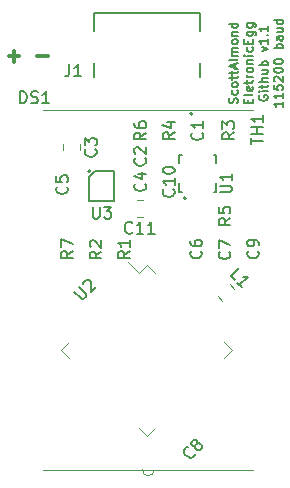
<source format=gto>
G04 #@! TF.GenerationSoftware,KiCad,Pcbnew,(5.1.5)-3*
G04 #@! TF.CreationDate,2020-01-04T17:30:10-08:00*
G04 #@! TF.ProjectId,pcb,7063622e-6b69-4636-9164-5f7063625858,v1.1*
G04 #@! TF.SameCoordinates,Original*
G04 #@! TF.FileFunction,Legend,Top*
G04 #@! TF.FilePolarity,Positive*
%FSLAX46Y46*%
G04 Gerber Fmt 4.6, Leading zero omitted, Abs format (unit mm)*
G04 Created by KiCad (PCBNEW (5.1.5)-3) date 2020-01-04 17:30:10*
%MOMM*%
%LPD*%
G04 APERTURE LIST*
%ADD10C,0.300000*%
%ADD11C,0.127000*%
%ADD12C,0.120000*%
%ADD13C,0.200000*%
%ADD14C,0.150000*%
G04 APERTURE END LIST*
D10*
X131959142Y-91227285D02*
X131044857Y-91227285D01*
X129559142Y-91227285D02*
X128644857Y-91227285D01*
X129102000Y-90770142D02*
X129102000Y-91684428D01*
D11*
X148009428Y-95213714D02*
X148045714Y-95104857D01*
X148045714Y-94923428D01*
X148009428Y-94850857D01*
X147973142Y-94814571D01*
X147900571Y-94778285D01*
X147828000Y-94778285D01*
X147755428Y-94814571D01*
X147719142Y-94850857D01*
X147682857Y-94923428D01*
X147646571Y-95068571D01*
X147610285Y-95141142D01*
X147574000Y-95177428D01*
X147501428Y-95213714D01*
X147428857Y-95213714D01*
X147356285Y-95177428D01*
X147320000Y-95141142D01*
X147283714Y-95068571D01*
X147283714Y-94887142D01*
X147320000Y-94778285D01*
X148009428Y-94125142D02*
X148045714Y-94197714D01*
X148045714Y-94342857D01*
X148009428Y-94415428D01*
X147973142Y-94451714D01*
X147900571Y-94488000D01*
X147682857Y-94488000D01*
X147610285Y-94451714D01*
X147574000Y-94415428D01*
X147537714Y-94342857D01*
X147537714Y-94197714D01*
X147574000Y-94125142D01*
X148045714Y-93689714D02*
X148009428Y-93762285D01*
X147973142Y-93798571D01*
X147900571Y-93834857D01*
X147682857Y-93834857D01*
X147610285Y-93798571D01*
X147574000Y-93762285D01*
X147537714Y-93689714D01*
X147537714Y-93580857D01*
X147574000Y-93508285D01*
X147610285Y-93472000D01*
X147682857Y-93435714D01*
X147900571Y-93435714D01*
X147973142Y-93472000D01*
X148009428Y-93508285D01*
X148045714Y-93580857D01*
X148045714Y-93689714D01*
X147537714Y-93218000D02*
X147537714Y-92927714D01*
X147283714Y-93109142D02*
X147936857Y-93109142D01*
X148009428Y-93072857D01*
X148045714Y-93000285D01*
X148045714Y-92927714D01*
X147537714Y-92782571D02*
X147537714Y-92492285D01*
X147283714Y-92673714D02*
X147936857Y-92673714D01*
X148009428Y-92637428D01*
X148045714Y-92564857D01*
X148045714Y-92492285D01*
X147828000Y-92274571D02*
X147828000Y-91911714D01*
X148045714Y-92347142D02*
X147283714Y-92093142D01*
X148045714Y-91839142D01*
X148045714Y-91476285D02*
X148009428Y-91548857D01*
X147936857Y-91585142D01*
X147283714Y-91585142D01*
X148045714Y-91186000D02*
X147537714Y-91186000D01*
X147610285Y-91186000D02*
X147574000Y-91149714D01*
X147537714Y-91077142D01*
X147537714Y-90968285D01*
X147574000Y-90895714D01*
X147646571Y-90859428D01*
X148045714Y-90859428D01*
X147646571Y-90859428D02*
X147574000Y-90823142D01*
X147537714Y-90750571D01*
X147537714Y-90641714D01*
X147574000Y-90569142D01*
X147646571Y-90532857D01*
X148045714Y-90532857D01*
X148045714Y-90061142D02*
X148009428Y-90133714D01*
X147973142Y-90170000D01*
X147900571Y-90206285D01*
X147682857Y-90206285D01*
X147610285Y-90170000D01*
X147574000Y-90133714D01*
X147537714Y-90061142D01*
X147537714Y-89952285D01*
X147574000Y-89879714D01*
X147610285Y-89843428D01*
X147682857Y-89807142D01*
X147900571Y-89807142D01*
X147973142Y-89843428D01*
X148009428Y-89879714D01*
X148045714Y-89952285D01*
X148045714Y-90061142D01*
X147537714Y-89480571D02*
X148045714Y-89480571D01*
X147610285Y-89480571D02*
X147574000Y-89444285D01*
X147537714Y-89371714D01*
X147537714Y-89262857D01*
X147574000Y-89190285D01*
X147646571Y-89154000D01*
X148045714Y-89154000D01*
X148045714Y-88464571D02*
X147283714Y-88464571D01*
X148009428Y-88464571D02*
X148045714Y-88537142D01*
X148045714Y-88682285D01*
X148009428Y-88754857D01*
X147973142Y-88791142D01*
X147900571Y-88827428D01*
X147682857Y-88827428D01*
X147610285Y-88791142D01*
X147574000Y-88754857D01*
X147537714Y-88682285D01*
X147537714Y-88537142D01*
X147574000Y-88464571D01*
X148916571Y-95195571D02*
X148916571Y-94941571D01*
X149315714Y-94832714D02*
X149315714Y-95195571D01*
X148553714Y-95195571D01*
X148553714Y-94832714D01*
X149315714Y-94397285D02*
X149279428Y-94469857D01*
X149206857Y-94506142D01*
X148553714Y-94506142D01*
X149279428Y-93816714D02*
X149315714Y-93889285D01*
X149315714Y-94034428D01*
X149279428Y-94107000D01*
X149206857Y-94143285D01*
X148916571Y-94143285D01*
X148844000Y-94107000D01*
X148807714Y-94034428D01*
X148807714Y-93889285D01*
X148844000Y-93816714D01*
X148916571Y-93780428D01*
X148989142Y-93780428D01*
X149061714Y-94143285D01*
X148807714Y-93562714D02*
X148807714Y-93272428D01*
X148553714Y-93453857D02*
X149206857Y-93453857D01*
X149279428Y-93417571D01*
X149315714Y-93345000D01*
X149315714Y-93272428D01*
X149315714Y-93018428D02*
X148807714Y-93018428D01*
X148952857Y-93018428D02*
X148880285Y-92982142D01*
X148844000Y-92945857D01*
X148807714Y-92873285D01*
X148807714Y-92800714D01*
X149315714Y-92437857D02*
X149279428Y-92510428D01*
X149243142Y-92546714D01*
X149170571Y-92583000D01*
X148952857Y-92583000D01*
X148880285Y-92546714D01*
X148844000Y-92510428D01*
X148807714Y-92437857D01*
X148807714Y-92329000D01*
X148844000Y-92256428D01*
X148880285Y-92220142D01*
X148952857Y-92183857D01*
X149170571Y-92183857D01*
X149243142Y-92220142D01*
X149279428Y-92256428D01*
X149315714Y-92329000D01*
X149315714Y-92437857D01*
X148807714Y-91857285D02*
X149315714Y-91857285D01*
X148880285Y-91857285D02*
X148844000Y-91821000D01*
X148807714Y-91748428D01*
X148807714Y-91639571D01*
X148844000Y-91567000D01*
X148916571Y-91530714D01*
X149315714Y-91530714D01*
X149315714Y-91167857D02*
X148807714Y-91167857D01*
X148553714Y-91167857D02*
X148590000Y-91204142D01*
X148626285Y-91167857D01*
X148590000Y-91131571D01*
X148553714Y-91167857D01*
X148626285Y-91167857D01*
X149279428Y-90478428D02*
X149315714Y-90551000D01*
X149315714Y-90696142D01*
X149279428Y-90768714D01*
X149243142Y-90805000D01*
X149170571Y-90841285D01*
X148952857Y-90841285D01*
X148880285Y-90805000D01*
X148844000Y-90768714D01*
X148807714Y-90696142D01*
X148807714Y-90551000D01*
X148844000Y-90478428D01*
X148916571Y-90151857D02*
X148916571Y-89897857D01*
X149315714Y-89789000D02*
X149315714Y-90151857D01*
X148553714Y-90151857D01*
X148553714Y-89789000D01*
X148807714Y-89135857D02*
X149424571Y-89135857D01*
X149497142Y-89172142D01*
X149533428Y-89208428D01*
X149569714Y-89281000D01*
X149569714Y-89389857D01*
X149533428Y-89462428D01*
X149279428Y-89135857D02*
X149315714Y-89208428D01*
X149315714Y-89353571D01*
X149279428Y-89426142D01*
X149243142Y-89462428D01*
X149170571Y-89498714D01*
X148952857Y-89498714D01*
X148880285Y-89462428D01*
X148844000Y-89426142D01*
X148807714Y-89353571D01*
X148807714Y-89208428D01*
X148844000Y-89135857D01*
X148807714Y-88446428D02*
X149424571Y-88446428D01*
X149497142Y-88482714D01*
X149533428Y-88519000D01*
X149569714Y-88591571D01*
X149569714Y-88700428D01*
X149533428Y-88773000D01*
X149279428Y-88446428D02*
X149315714Y-88519000D01*
X149315714Y-88664142D01*
X149279428Y-88736714D01*
X149243142Y-88773000D01*
X149170571Y-88809285D01*
X148952857Y-88809285D01*
X148880285Y-88773000D01*
X148844000Y-88736714D01*
X148807714Y-88664142D01*
X148807714Y-88519000D01*
X148844000Y-88446428D01*
X149860000Y-94542428D02*
X149823714Y-94615000D01*
X149823714Y-94723857D01*
X149860000Y-94832714D01*
X149932571Y-94905285D01*
X150005142Y-94941571D01*
X150150285Y-94977857D01*
X150259142Y-94977857D01*
X150404285Y-94941571D01*
X150476857Y-94905285D01*
X150549428Y-94832714D01*
X150585714Y-94723857D01*
X150585714Y-94651285D01*
X150549428Y-94542428D01*
X150513142Y-94506142D01*
X150259142Y-94506142D01*
X150259142Y-94651285D01*
X150585714Y-94179571D02*
X150077714Y-94179571D01*
X149823714Y-94179571D02*
X149860000Y-94215857D01*
X149896285Y-94179571D01*
X149860000Y-94143285D01*
X149823714Y-94179571D01*
X149896285Y-94179571D01*
X150077714Y-93925571D02*
X150077714Y-93635285D01*
X149823714Y-93816714D02*
X150476857Y-93816714D01*
X150549428Y-93780428D01*
X150585714Y-93707857D01*
X150585714Y-93635285D01*
X150585714Y-93381285D02*
X149823714Y-93381285D01*
X150585714Y-93054714D02*
X150186571Y-93054714D01*
X150114000Y-93091000D01*
X150077714Y-93163571D01*
X150077714Y-93272428D01*
X150114000Y-93345000D01*
X150150285Y-93381285D01*
X150077714Y-92365285D02*
X150585714Y-92365285D01*
X150077714Y-92691857D02*
X150476857Y-92691857D01*
X150549428Y-92655571D01*
X150585714Y-92583000D01*
X150585714Y-92474142D01*
X150549428Y-92401571D01*
X150513142Y-92365285D01*
X150585714Y-92002428D02*
X149823714Y-92002428D01*
X150114000Y-92002428D02*
X150077714Y-91929857D01*
X150077714Y-91784714D01*
X150114000Y-91712142D01*
X150150285Y-91675857D01*
X150222857Y-91639571D01*
X150440571Y-91639571D01*
X150513142Y-91675857D01*
X150549428Y-91712142D01*
X150585714Y-91784714D01*
X150585714Y-91929857D01*
X150549428Y-92002428D01*
X150077714Y-90805000D02*
X150585714Y-90623571D01*
X150077714Y-90442142D01*
X150585714Y-89752714D02*
X150585714Y-90188142D01*
X150585714Y-89970428D02*
X149823714Y-89970428D01*
X149932571Y-90043000D01*
X150005142Y-90115571D01*
X150041428Y-90188142D01*
X150513142Y-89426142D02*
X150549428Y-89389857D01*
X150585714Y-89426142D01*
X150549428Y-89462428D01*
X150513142Y-89426142D01*
X150585714Y-89426142D01*
X150585714Y-88664142D02*
X150585714Y-89099571D01*
X150585714Y-88881857D02*
X149823714Y-88881857D01*
X149932571Y-88954428D01*
X150005142Y-89027000D01*
X150041428Y-89099571D01*
X151855714Y-95086714D02*
X151855714Y-95522142D01*
X151855714Y-95304428D02*
X151093714Y-95304428D01*
X151202571Y-95377000D01*
X151275142Y-95449571D01*
X151311428Y-95522142D01*
X151855714Y-94361000D02*
X151855714Y-94796428D01*
X151855714Y-94578714D02*
X151093714Y-94578714D01*
X151202571Y-94651285D01*
X151275142Y-94723857D01*
X151311428Y-94796428D01*
X151093714Y-93671571D02*
X151093714Y-94034428D01*
X151456571Y-94070714D01*
X151420285Y-94034428D01*
X151384000Y-93961857D01*
X151384000Y-93780428D01*
X151420285Y-93707857D01*
X151456571Y-93671571D01*
X151529142Y-93635285D01*
X151710571Y-93635285D01*
X151783142Y-93671571D01*
X151819428Y-93707857D01*
X151855714Y-93780428D01*
X151855714Y-93961857D01*
X151819428Y-94034428D01*
X151783142Y-94070714D01*
X151166285Y-93345000D02*
X151130000Y-93308714D01*
X151093714Y-93236142D01*
X151093714Y-93054714D01*
X151130000Y-92982142D01*
X151166285Y-92945857D01*
X151238857Y-92909571D01*
X151311428Y-92909571D01*
X151420285Y-92945857D01*
X151855714Y-93381285D01*
X151855714Y-92909571D01*
X151093714Y-92437857D02*
X151093714Y-92365285D01*
X151130000Y-92292714D01*
X151166285Y-92256428D01*
X151238857Y-92220142D01*
X151384000Y-92183857D01*
X151565428Y-92183857D01*
X151710571Y-92220142D01*
X151783142Y-92256428D01*
X151819428Y-92292714D01*
X151855714Y-92365285D01*
X151855714Y-92437857D01*
X151819428Y-92510428D01*
X151783142Y-92546714D01*
X151710571Y-92583000D01*
X151565428Y-92619285D01*
X151384000Y-92619285D01*
X151238857Y-92583000D01*
X151166285Y-92546714D01*
X151130000Y-92510428D01*
X151093714Y-92437857D01*
X151093714Y-91712142D02*
X151093714Y-91639571D01*
X151130000Y-91567000D01*
X151166285Y-91530714D01*
X151238857Y-91494428D01*
X151384000Y-91458142D01*
X151565428Y-91458142D01*
X151710571Y-91494428D01*
X151783142Y-91530714D01*
X151819428Y-91567000D01*
X151855714Y-91639571D01*
X151855714Y-91712142D01*
X151819428Y-91784714D01*
X151783142Y-91821000D01*
X151710571Y-91857285D01*
X151565428Y-91893571D01*
X151384000Y-91893571D01*
X151238857Y-91857285D01*
X151166285Y-91821000D01*
X151130000Y-91784714D01*
X151093714Y-91712142D01*
X151855714Y-90551000D02*
X151093714Y-90551000D01*
X151384000Y-90551000D02*
X151347714Y-90478428D01*
X151347714Y-90333285D01*
X151384000Y-90260714D01*
X151420285Y-90224428D01*
X151492857Y-90188142D01*
X151710571Y-90188142D01*
X151783142Y-90224428D01*
X151819428Y-90260714D01*
X151855714Y-90333285D01*
X151855714Y-90478428D01*
X151819428Y-90551000D01*
X151855714Y-89535000D02*
X151456571Y-89535000D01*
X151384000Y-89571285D01*
X151347714Y-89643857D01*
X151347714Y-89789000D01*
X151384000Y-89861571D01*
X151819428Y-89535000D02*
X151855714Y-89607571D01*
X151855714Y-89789000D01*
X151819428Y-89861571D01*
X151746857Y-89897857D01*
X151674285Y-89897857D01*
X151601714Y-89861571D01*
X151565428Y-89789000D01*
X151565428Y-89607571D01*
X151529142Y-89535000D01*
X151347714Y-88845571D02*
X151855714Y-88845571D01*
X151347714Y-89172142D02*
X151746857Y-89172142D01*
X151819428Y-89135857D01*
X151855714Y-89063285D01*
X151855714Y-88954428D01*
X151819428Y-88881857D01*
X151783142Y-88845571D01*
X151855714Y-88156142D02*
X151093714Y-88156142D01*
X151819428Y-88156142D02*
X151855714Y-88228714D01*
X151855714Y-88373857D01*
X151819428Y-88446428D01*
X151783142Y-88482714D01*
X151710571Y-88519000D01*
X151492857Y-88519000D01*
X151420285Y-88482714D01*
X151384000Y-88446428D01*
X151347714Y-88373857D01*
X151347714Y-88228714D01*
X151384000Y-88156142D01*
D12*
X140007078Y-103430000D02*
X139489922Y-103430000D01*
X140007078Y-104850000D02*
X139489922Y-104850000D01*
X149352000Y-126238000D02*
X131572000Y-126238000D01*
X149352000Y-95758000D02*
X131572000Y-95758000D01*
X140962000Y-126238000D02*
G75*
G02X139962000Y-126238000I-500000J0D01*
G01*
X133275000Y-98625922D02*
X133275000Y-99143078D01*
X134695000Y-98625922D02*
X134695000Y-99143078D01*
X147722975Y-110904883D02*
X147357291Y-110539199D01*
X146718883Y-111908975D02*
X146353199Y-111543291D01*
D13*
X144805000Y-89063000D02*
X144805000Y-87573000D01*
X144805000Y-87573000D02*
X135865000Y-87573000D01*
X135865000Y-87573000D02*
X135865000Y-89063000D01*
X144805000Y-92993000D02*
X144805000Y-91783000D01*
X135865000Y-92993000D02*
X135865000Y-91783000D01*
X144215000Y-96083000D02*
G75*
G03X144215000Y-96083000I-100000J0D01*
G01*
D11*
X143303000Y-102722000D02*
X143073000Y-102722000D01*
X143073000Y-102722000D02*
X143073000Y-101992000D01*
X143073000Y-100292000D02*
X143073000Y-99562000D01*
X143073000Y-99562000D02*
X143303000Y-99562000D01*
X146003000Y-102722000D02*
X146233000Y-102722000D01*
X146233000Y-102722000D02*
X146233000Y-101992000D01*
X146233000Y-100292000D02*
X146233000Y-99562000D01*
X146233000Y-99562000D02*
X146003000Y-99562000D01*
D13*
X143653000Y-103242000D02*
G75*
G03X143653000Y-103242000I-100000J0D01*
G01*
D12*
X139663249Y-122685380D02*
X140335000Y-123357131D01*
X140335000Y-123357131D02*
X141006751Y-122685380D01*
X133780120Y-116802251D02*
X133108369Y-116130500D01*
X133108369Y-116130500D02*
X133780120Y-115458749D01*
X146889880Y-115458749D02*
X147561631Y-116130500D01*
X147561631Y-116130500D02*
X146889880Y-116802251D01*
X141006751Y-109575620D02*
X140335000Y-108903869D01*
X140335000Y-108903869D02*
X139663249Y-109575620D01*
X139663249Y-109575620D02*
X138751081Y-108663452D01*
D13*
X135925000Y-100972000D02*
X137588000Y-100972000D01*
X137588000Y-100972000D02*
X137588000Y-103498000D01*
X137588000Y-103498000D02*
X135462000Y-103498000D01*
X135462000Y-103498000D02*
X135462000Y-101435000D01*
X135462000Y-101435000D02*
X135925000Y-100972000D01*
X135562000Y-100972000D02*
G75*
G03X135562000Y-100972000I-100000J0D01*
G01*
D14*
X139105642Y-106147142D02*
X139058023Y-106194761D01*
X138915166Y-106242380D01*
X138819928Y-106242380D01*
X138677071Y-106194761D01*
X138581833Y-106099523D01*
X138534214Y-106004285D01*
X138486595Y-105813809D01*
X138486595Y-105670952D01*
X138534214Y-105480476D01*
X138581833Y-105385238D01*
X138677071Y-105290000D01*
X138819928Y-105242380D01*
X138915166Y-105242380D01*
X139058023Y-105290000D01*
X139105642Y-105337619D01*
X140058023Y-106242380D02*
X139486595Y-106242380D01*
X139772309Y-106242380D02*
X139772309Y-105242380D01*
X139677071Y-105385238D01*
X139581833Y-105480476D01*
X139486595Y-105528095D01*
X141010404Y-106242380D02*
X140438976Y-106242380D01*
X140724690Y-106242380D02*
X140724690Y-105242380D01*
X140629452Y-105385238D01*
X140534214Y-105480476D01*
X140438976Y-105528095D01*
X142597142Y-102496857D02*
X142644761Y-102544476D01*
X142692380Y-102687333D01*
X142692380Y-102782571D01*
X142644761Y-102925428D01*
X142549523Y-103020666D01*
X142454285Y-103068285D01*
X142263809Y-103115904D01*
X142120952Y-103115904D01*
X141930476Y-103068285D01*
X141835238Y-103020666D01*
X141740000Y-102925428D01*
X141692380Y-102782571D01*
X141692380Y-102687333D01*
X141740000Y-102544476D01*
X141787619Y-102496857D01*
X142692380Y-101544476D02*
X142692380Y-102115904D01*
X142692380Y-101830190D02*
X141692380Y-101830190D01*
X141835238Y-101925428D01*
X141930476Y-102020666D01*
X141978095Y-102115904D01*
X141692380Y-100925428D02*
X141692380Y-100830190D01*
X141740000Y-100734952D01*
X141787619Y-100687333D01*
X141882857Y-100639714D01*
X142073333Y-100592095D01*
X142311428Y-100592095D01*
X142501904Y-100639714D01*
X142597142Y-100687333D01*
X142644761Y-100734952D01*
X142692380Y-100830190D01*
X142692380Y-100925428D01*
X142644761Y-101020666D01*
X142597142Y-101068285D01*
X142501904Y-101115904D01*
X142311428Y-101163523D01*
X142073333Y-101163523D01*
X141882857Y-101115904D01*
X141787619Y-101068285D01*
X141740000Y-101020666D01*
X141692380Y-100925428D01*
X129595714Y-95194380D02*
X129595714Y-94194380D01*
X129833809Y-94194380D01*
X129976666Y-94242000D01*
X130071904Y-94337238D01*
X130119523Y-94432476D01*
X130167142Y-94622952D01*
X130167142Y-94765809D01*
X130119523Y-94956285D01*
X130071904Y-95051523D01*
X129976666Y-95146761D01*
X129833809Y-95194380D01*
X129595714Y-95194380D01*
X130548095Y-95146761D02*
X130690952Y-95194380D01*
X130929047Y-95194380D01*
X131024285Y-95146761D01*
X131071904Y-95099142D01*
X131119523Y-95003904D01*
X131119523Y-94908666D01*
X131071904Y-94813428D01*
X131024285Y-94765809D01*
X130929047Y-94718190D01*
X130738571Y-94670571D01*
X130643333Y-94622952D01*
X130595714Y-94575333D01*
X130548095Y-94480095D01*
X130548095Y-94384857D01*
X130595714Y-94289619D01*
X130643333Y-94242000D01*
X130738571Y-94194380D01*
X130976666Y-94194380D01*
X131119523Y-94242000D01*
X132071904Y-95194380D02*
X131500476Y-95194380D01*
X131786190Y-95194380D02*
X131786190Y-94194380D01*
X131690952Y-94337238D01*
X131595714Y-94432476D01*
X131500476Y-94480095D01*
X135993142Y-99099666D02*
X136040761Y-99147285D01*
X136088380Y-99290142D01*
X136088380Y-99385380D01*
X136040761Y-99528238D01*
X135945523Y-99623476D01*
X135850285Y-99671095D01*
X135659809Y-99718714D01*
X135516952Y-99718714D01*
X135326476Y-99671095D01*
X135231238Y-99623476D01*
X135136000Y-99528238D01*
X135088380Y-99385380D01*
X135088380Y-99290142D01*
X135136000Y-99147285D01*
X135183619Y-99099666D01*
X135088380Y-98766333D02*
X135088380Y-98147285D01*
X135469333Y-98480619D01*
X135469333Y-98337761D01*
X135516952Y-98242523D01*
X135564571Y-98194904D01*
X135659809Y-98147285D01*
X135897904Y-98147285D01*
X135993142Y-98194904D01*
X136040761Y-98242523D01*
X136088380Y-98337761D01*
X136088380Y-98623476D01*
X136040761Y-98718714D01*
X135993142Y-98766333D01*
X147771267Y-110184029D02*
X147434549Y-109847311D01*
X148141656Y-109140205D01*
X148377358Y-110790121D02*
X147973297Y-110386060D01*
X148175328Y-110588090D02*
X148882435Y-109880983D01*
X148714076Y-109914655D01*
X148579389Y-109914655D01*
X148478374Y-109880983D01*
X149185380Y-98694714D02*
X149185380Y-98123285D01*
X150185380Y-98409000D02*
X149185380Y-98409000D01*
X150185380Y-97789952D02*
X149185380Y-97789952D01*
X149661571Y-97789952D02*
X149661571Y-97218523D01*
X150185380Y-97218523D02*
X149185380Y-97218523D01*
X150185380Y-96218523D02*
X150185380Y-96789952D01*
X150185380Y-96504238D02*
X149185380Y-96504238D01*
X149328238Y-96599476D01*
X149423476Y-96694714D01*
X149471095Y-96789952D01*
X134083380Y-107735666D02*
X133607190Y-108069000D01*
X134083380Y-108307095D02*
X133083380Y-108307095D01*
X133083380Y-107926142D01*
X133131000Y-107830904D01*
X133178619Y-107783285D01*
X133273857Y-107735666D01*
X133416714Y-107735666D01*
X133511952Y-107783285D01*
X133559571Y-107830904D01*
X133607190Y-107926142D01*
X133607190Y-108307095D01*
X133083380Y-107402333D02*
X133083380Y-106735666D01*
X134083380Y-107164238D01*
X140279380Y-97702666D02*
X139803190Y-98036000D01*
X140279380Y-98274095D02*
X139279380Y-98274095D01*
X139279380Y-97893142D01*
X139327000Y-97797904D01*
X139374619Y-97750285D01*
X139469857Y-97702666D01*
X139612714Y-97702666D01*
X139707952Y-97750285D01*
X139755571Y-97797904D01*
X139803190Y-97893142D01*
X139803190Y-98274095D01*
X139279380Y-96845523D02*
X139279380Y-97036000D01*
X139327000Y-97131238D01*
X139374619Y-97178857D01*
X139517476Y-97274095D01*
X139707952Y-97321714D01*
X140088904Y-97321714D01*
X140184142Y-97274095D01*
X140231761Y-97226476D01*
X140279380Y-97131238D01*
X140279380Y-96940761D01*
X140231761Y-96845523D01*
X140184142Y-96797904D01*
X140088904Y-96750285D01*
X139850809Y-96750285D01*
X139755571Y-96797904D01*
X139707952Y-96845523D01*
X139660333Y-96940761D01*
X139660333Y-97131238D01*
X139707952Y-97226476D01*
X139755571Y-97274095D01*
X139850809Y-97321714D01*
X147418380Y-104918666D02*
X146942190Y-105252000D01*
X147418380Y-105490095D02*
X146418380Y-105490095D01*
X146418380Y-105109142D01*
X146466000Y-105013904D01*
X146513619Y-104966285D01*
X146608857Y-104918666D01*
X146751714Y-104918666D01*
X146846952Y-104966285D01*
X146894571Y-105013904D01*
X146942190Y-105109142D01*
X146942190Y-105490095D01*
X146418380Y-104013904D02*
X146418380Y-104490095D01*
X146894571Y-104537714D01*
X146846952Y-104490095D01*
X146799333Y-104394857D01*
X146799333Y-104156761D01*
X146846952Y-104061523D01*
X146894571Y-104013904D01*
X146989809Y-103966285D01*
X147227904Y-103966285D01*
X147323142Y-104013904D01*
X147370761Y-104061523D01*
X147418380Y-104156761D01*
X147418380Y-104394857D01*
X147370761Y-104490095D01*
X147323142Y-104537714D01*
X142692380Y-97679666D02*
X142216190Y-98013000D01*
X142692380Y-98251095D02*
X141692380Y-98251095D01*
X141692380Y-97870142D01*
X141740000Y-97774904D01*
X141787619Y-97727285D01*
X141882857Y-97679666D01*
X142025714Y-97679666D01*
X142120952Y-97727285D01*
X142168571Y-97774904D01*
X142216190Y-97870142D01*
X142216190Y-98251095D01*
X142025714Y-96822523D02*
X142692380Y-96822523D01*
X141644761Y-97060619D02*
X142359047Y-97298714D01*
X142359047Y-96679666D01*
X147745380Y-97679666D02*
X147269190Y-98013000D01*
X147745380Y-98251095D02*
X146745380Y-98251095D01*
X146745380Y-97870142D01*
X146793000Y-97774904D01*
X146840619Y-97727285D01*
X146935857Y-97679666D01*
X147078714Y-97679666D01*
X147173952Y-97727285D01*
X147221571Y-97774904D01*
X147269190Y-97870142D01*
X147269190Y-98251095D01*
X146745380Y-97346333D02*
X146745380Y-96727285D01*
X147126333Y-97060619D01*
X147126333Y-96917761D01*
X147173952Y-96822523D01*
X147221571Y-96774904D01*
X147316809Y-96727285D01*
X147554904Y-96727285D01*
X147650142Y-96774904D01*
X147697761Y-96822523D01*
X147745380Y-96917761D01*
X147745380Y-97203476D01*
X147697761Y-97298714D01*
X147650142Y-97346333D01*
X136496380Y-107758666D02*
X136020190Y-108092000D01*
X136496380Y-108330095D02*
X135496380Y-108330095D01*
X135496380Y-107949142D01*
X135544000Y-107853904D01*
X135591619Y-107806285D01*
X135686857Y-107758666D01*
X135829714Y-107758666D01*
X135924952Y-107806285D01*
X135972571Y-107853904D01*
X136020190Y-107949142D01*
X136020190Y-108330095D01*
X135591619Y-107377714D02*
X135544000Y-107330095D01*
X135496380Y-107234857D01*
X135496380Y-106996761D01*
X135544000Y-106901523D01*
X135591619Y-106853904D01*
X135686857Y-106806285D01*
X135782095Y-106806285D01*
X135924952Y-106853904D01*
X136496380Y-107425333D01*
X136496380Y-106806285D01*
X138909380Y-107735666D02*
X138433190Y-108069000D01*
X138909380Y-108307095D02*
X137909380Y-108307095D01*
X137909380Y-107926142D01*
X137957000Y-107830904D01*
X138004619Y-107783285D01*
X138099857Y-107735666D01*
X138242714Y-107735666D01*
X138337952Y-107783285D01*
X138385571Y-107830904D01*
X138433190Y-107926142D01*
X138433190Y-108307095D01*
X138909380Y-106783285D02*
X138909380Y-107354714D01*
X138909380Y-107069000D02*
X137909380Y-107069000D01*
X138052238Y-107164238D01*
X138147476Y-107259476D01*
X138195095Y-107354714D01*
X149736142Y-107712666D02*
X149783761Y-107760285D01*
X149831380Y-107903142D01*
X149831380Y-107998380D01*
X149783761Y-108141238D01*
X149688523Y-108236476D01*
X149593285Y-108284095D01*
X149402809Y-108331714D01*
X149259952Y-108331714D01*
X149069476Y-108284095D01*
X148974238Y-108236476D01*
X148879000Y-108141238D01*
X148831380Y-107998380D01*
X148831380Y-107903142D01*
X148879000Y-107760285D01*
X148926619Y-107712666D01*
X149831380Y-107236476D02*
X149831380Y-107046000D01*
X149783761Y-106950761D01*
X149736142Y-106903142D01*
X149593285Y-106807904D01*
X149402809Y-106760285D01*
X149021857Y-106760285D01*
X148926619Y-106807904D01*
X148879000Y-106855523D01*
X148831380Y-106950761D01*
X148831380Y-107141238D01*
X148879000Y-107236476D01*
X148926619Y-107284095D01*
X149021857Y-107331714D01*
X149259952Y-107331714D01*
X149355190Y-107284095D01*
X149402809Y-107236476D01*
X149450428Y-107141238D01*
X149450428Y-106950761D01*
X149402809Y-106855523D01*
X149355190Y-106807904D01*
X149259952Y-106760285D01*
X144383055Y-124895704D02*
X144383055Y-124963047D01*
X144315711Y-125097734D01*
X144248368Y-125165078D01*
X144113680Y-125232421D01*
X143978993Y-125232421D01*
X143877978Y-125198750D01*
X143709619Y-125097734D01*
X143608604Y-124996719D01*
X143507589Y-124828360D01*
X143473917Y-124727345D01*
X143473917Y-124592658D01*
X143541261Y-124457971D01*
X143608604Y-124390627D01*
X143743291Y-124323284D01*
X143810635Y-124323284D01*
X144450398Y-124154925D02*
X144349383Y-124188597D01*
X144282039Y-124188597D01*
X144181024Y-124154925D01*
X144147352Y-124121253D01*
X144113680Y-124020238D01*
X144113680Y-123952895D01*
X144147352Y-123851879D01*
X144282039Y-123717192D01*
X144383055Y-123683521D01*
X144450398Y-123683521D01*
X144551413Y-123717192D01*
X144585085Y-123750864D01*
X144618757Y-123851879D01*
X144618757Y-123919223D01*
X144585085Y-124020238D01*
X144450398Y-124154925D01*
X144416726Y-124255940D01*
X144416726Y-124323284D01*
X144450398Y-124424299D01*
X144585085Y-124558986D01*
X144686100Y-124592658D01*
X144753444Y-124592658D01*
X144854459Y-124558986D01*
X144989146Y-124424299D01*
X145022818Y-124323284D01*
X145022818Y-124255940D01*
X144989146Y-124154925D01*
X144854459Y-124020238D01*
X144753444Y-123986566D01*
X144686100Y-123986566D01*
X144585085Y-124020238D01*
X147323142Y-107758666D02*
X147370761Y-107806285D01*
X147418380Y-107949142D01*
X147418380Y-108044380D01*
X147370761Y-108187238D01*
X147275523Y-108282476D01*
X147180285Y-108330095D01*
X146989809Y-108377714D01*
X146846952Y-108377714D01*
X146656476Y-108330095D01*
X146561238Y-108282476D01*
X146466000Y-108187238D01*
X146418380Y-108044380D01*
X146418380Y-107949142D01*
X146466000Y-107806285D01*
X146513619Y-107758666D01*
X146418380Y-107425333D02*
X146418380Y-106758666D01*
X147418380Y-107187238D01*
X144910142Y-107712666D02*
X144957761Y-107760285D01*
X145005380Y-107903142D01*
X145005380Y-107998380D01*
X144957761Y-108141238D01*
X144862523Y-108236476D01*
X144767285Y-108284095D01*
X144576809Y-108331714D01*
X144433952Y-108331714D01*
X144243476Y-108284095D01*
X144148238Y-108236476D01*
X144053000Y-108141238D01*
X144005380Y-107998380D01*
X144005380Y-107903142D01*
X144053000Y-107760285D01*
X144100619Y-107712666D01*
X144005380Y-106855523D02*
X144005380Y-107046000D01*
X144053000Y-107141238D01*
X144100619Y-107188857D01*
X144243476Y-107284095D01*
X144433952Y-107331714D01*
X144814904Y-107331714D01*
X144910142Y-107284095D01*
X144957761Y-107236476D01*
X145005380Y-107141238D01*
X145005380Y-106950761D01*
X144957761Y-106855523D01*
X144910142Y-106807904D01*
X144814904Y-106760285D01*
X144576809Y-106760285D01*
X144481571Y-106807904D01*
X144433952Y-106855523D01*
X144386333Y-106950761D01*
X144386333Y-107141238D01*
X144433952Y-107236476D01*
X144481571Y-107284095D01*
X144576809Y-107331714D01*
X133553142Y-102274666D02*
X133600761Y-102322285D01*
X133648380Y-102465142D01*
X133648380Y-102560380D01*
X133600761Y-102703238D01*
X133505523Y-102798476D01*
X133410285Y-102846095D01*
X133219809Y-102893714D01*
X133076952Y-102893714D01*
X132886476Y-102846095D01*
X132791238Y-102798476D01*
X132696000Y-102703238D01*
X132648380Y-102560380D01*
X132648380Y-102465142D01*
X132696000Y-102322285D01*
X132743619Y-102274666D01*
X132648380Y-101369904D02*
X132648380Y-101846095D01*
X133124571Y-101893714D01*
X133076952Y-101846095D01*
X133029333Y-101750857D01*
X133029333Y-101512761D01*
X133076952Y-101417523D01*
X133124571Y-101369904D01*
X133219809Y-101322285D01*
X133457904Y-101322285D01*
X133553142Y-101369904D01*
X133600761Y-101417523D01*
X133648380Y-101512761D01*
X133648380Y-101750857D01*
X133600761Y-101846095D01*
X133553142Y-101893714D01*
X140184142Y-102020666D02*
X140231761Y-102068285D01*
X140279380Y-102211142D01*
X140279380Y-102306380D01*
X140231761Y-102449238D01*
X140136523Y-102544476D01*
X140041285Y-102592095D01*
X139850809Y-102639714D01*
X139707952Y-102639714D01*
X139517476Y-102592095D01*
X139422238Y-102544476D01*
X139327000Y-102449238D01*
X139279380Y-102306380D01*
X139279380Y-102211142D01*
X139327000Y-102068285D01*
X139374619Y-102020666D01*
X139612714Y-101163523D02*
X140279380Y-101163523D01*
X139231761Y-101401619D02*
X139946047Y-101639714D01*
X139946047Y-101020666D01*
X140184142Y-99861666D02*
X140231761Y-99909285D01*
X140279380Y-100052142D01*
X140279380Y-100147380D01*
X140231761Y-100290238D01*
X140136523Y-100385476D01*
X140041285Y-100433095D01*
X139850809Y-100480714D01*
X139707952Y-100480714D01*
X139517476Y-100433095D01*
X139422238Y-100385476D01*
X139327000Y-100290238D01*
X139279380Y-100147380D01*
X139279380Y-100052142D01*
X139327000Y-99909285D01*
X139374619Y-99861666D01*
X139374619Y-99480714D02*
X139327000Y-99433095D01*
X139279380Y-99337857D01*
X139279380Y-99099761D01*
X139327000Y-99004523D01*
X139374619Y-98956904D01*
X139469857Y-98909285D01*
X139565095Y-98909285D01*
X139707952Y-98956904D01*
X140279380Y-99528333D01*
X140279380Y-98909285D01*
X145010142Y-97702666D02*
X145057761Y-97750285D01*
X145105380Y-97893142D01*
X145105380Y-97988380D01*
X145057761Y-98131238D01*
X144962523Y-98226476D01*
X144867285Y-98274095D01*
X144676809Y-98321714D01*
X144533952Y-98321714D01*
X144343476Y-98274095D01*
X144248238Y-98226476D01*
X144153000Y-98131238D01*
X144105380Y-97988380D01*
X144105380Y-97893142D01*
X144153000Y-97750285D01*
X144200619Y-97702666D01*
X145105380Y-96750285D02*
X145105380Y-97321714D01*
X145105380Y-97036000D02*
X144105380Y-97036000D01*
X144248238Y-97131238D01*
X144343476Y-97226476D01*
X144391095Y-97321714D01*
X133778666Y-91908380D02*
X133778666Y-92622666D01*
X133731047Y-92765523D01*
X133635809Y-92860761D01*
X133492952Y-92908380D01*
X133397714Y-92908380D01*
X134778666Y-92908380D02*
X134207238Y-92908380D01*
X134492952Y-92908380D02*
X134492952Y-91908380D01*
X134397714Y-92051238D01*
X134302476Y-92146476D01*
X134207238Y-92194095D01*
X146518380Y-102742904D02*
X147327904Y-102742904D01*
X147423142Y-102695285D01*
X147470761Y-102647666D01*
X147518380Y-102552428D01*
X147518380Y-102361952D01*
X147470761Y-102266714D01*
X147423142Y-102219095D01*
X147327904Y-102171476D01*
X146518380Y-102171476D01*
X147518380Y-101171476D02*
X147518380Y-101742904D01*
X147518380Y-101457190D02*
X146518380Y-101457190D01*
X146661238Y-101552428D01*
X146756476Y-101647666D01*
X146804095Y-101742904D01*
X134202026Y-111149521D02*
X134774446Y-111721941D01*
X134875461Y-111755613D01*
X134942805Y-111755613D01*
X135043820Y-111721941D01*
X135178507Y-111587254D01*
X135212179Y-111486239D01*
X135212179Y-111418895D01*
X135178507Y-111317880D01*
X134606087Y-110745460D01*
X134976477Y-110509758D02*
X134976477Y-110442415D01*
X135010148Y-110341399D01*
X135178507Y-110173041D01*
X135279522Y-110139369D01*
X135346866Y-110139369D01*
X135447881Y-110173041D01*
X135515225Y-110240384D01*
X135582568Y-110375071D01*
X135582568Y-111183193D01*
X136020301Y-110745460D01*
X135763095Y-103973380D02*
X135763095Y-104782904D01*
X135810714Y-104878142D01*
X135858333Y-104925761D01*
X135953571Y-104973380D01*
X136144047Y-104973380D01*
X136239285Y-104925761D01*
X136286904Y-104878142D01*
X136334523Y-104782904D01*
X136334523Y-103973380D01*
X136715476Y-103973380D02*
X137334523Y-103973380D01*
X137001190Y-104354333D01*
X137144047Y-104354333D01*
X137239285Y-104401952D01*
X137286904Y-104449571D01*
X137334523Y-104544809D01*
X137334523Y-104782904D01*
X137286904Y-104878142D01*
X137239285Y-104925761D01*
X137144047Y-104973380D01*
X136858333Y-104973380D01*
X136763095Y-104925761D01*
X136715476Y-104878142D01*
M02*

</source>
